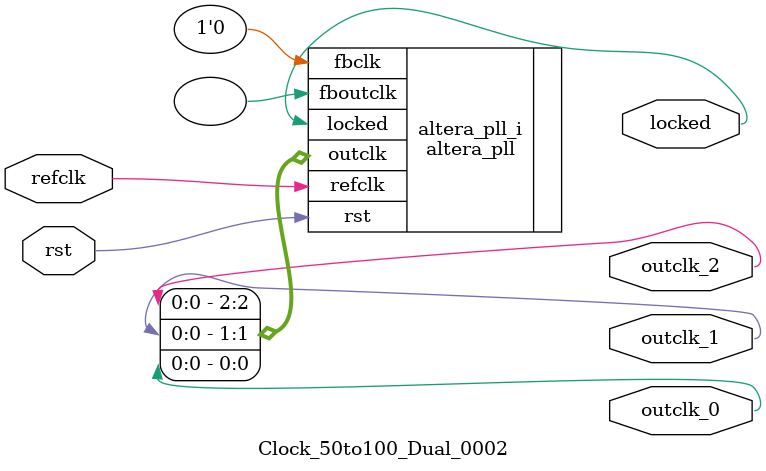
<source format=v>
`timescale 1ns/10ps
module  Clock_50to100_Dual_0002(

	// interface 'refclk'
	input wire refclk,

	// interface 'reset'
	input wire rst,

	// interface 'outclk0'
	output wire outclk_0,

	// interface 'outclk1'
	output wire outclk_1,

	// interface 'outclk2'
	output wire outclk_2,

	// interface 'locked'
	output wire locked
);

	altera_pll #(
		.fractional_vco_multiplier("false"),
		.reference_clock_frequency("50.0 MHz"),
		.operation_mode("direct"),
		.number_of_clocks(3),
		.output_clock_frequency0("100.000000 MHz"),
		.phase_shift0("0 ps"),
		.duty_cycle0(50),
		.output_clock_frequency1("100.000000 MHz"),
		.phase_shift1("0 ps"),
		.duty_cycle1(50),
		.output_clock_frequency2("25.000000 MHz"),
		.phase_shift2("0 ps"),
		.duty_cycle2(50),
		.output_clock_frequency3("0 MHz"),
		.phase_shift3("0 ps"),
		.duty_cycle3(50),
		.output_clock_frequency4("0 MHz"),
		.phase_shift4("0 ps"),
		.duty_cycle4(50),
		.output_clock_frequency5("0 MHz"),
		.phase_shift5("0 ps"),
		.duty_cycle5(50),
		.output_clock_frequency6("0 MHz"),
		.phase_shift6("0 ps"),
		.duty_cycle6(50),
		.output_clock_frequency7("0 MHz"),
		.phase_shift7("0 ps"),
		.duty_cycle7(50),
		.output_clock_frequency8("0 MHz"),
		.phase_shift8("0 ps"),
		.duty_cycle8(50),
		.output_clock_frequency9("0 MHz"),
		.phase_shift9("0 ps"),
		.duty_cycle9(50),
		.output_clock_frequency10("0 MHz"),
		.phase_shift10("0 ps"),
		.duty_cycle10(50),
		.output_clock_frequency11("0 MHz"),
		.phase_shift11("0 ps"),
		.duty_cycle11(50),
		.output_clock_frequency12("0 MHz"),
		.phase_shift12("0 ps"),
		.duty_cycle12(50),
		.output_clock_frequency13("0 MHz"),
		.phase_shift13("0 ps"),
		.duty_cycle13(50),
		.output_clock_frequency14("0 MHz"),
		.phase_shift14("0 ps"),
		.duty_cycle14(50),
		.output_clock_frequency15("0 MHz"),
		.phase_shift15("0 ps"),
		.duty_cycle15(50),
		.output_clock_frequency16("0 MHz"),
		.phase_shift16("0 ps"),
		.duty_cycle16(50),
		.output_clock_frequency17("0 MHz"),
		.phase_shift17("0 ps"),
		.duty_cycle17(50),
		.pll_type("General"),
		.pll_subtype("General")
	) altera_pll_i (
		.rst	(rst),
		.outclk	({outclk_2, outclk_1, outclk_0}),
		.locked	(locked),
		.fboutclk	( ),
		.fbclk	(1'b0),
		.refclk	(refclk)
	);
endmodule


</source>
